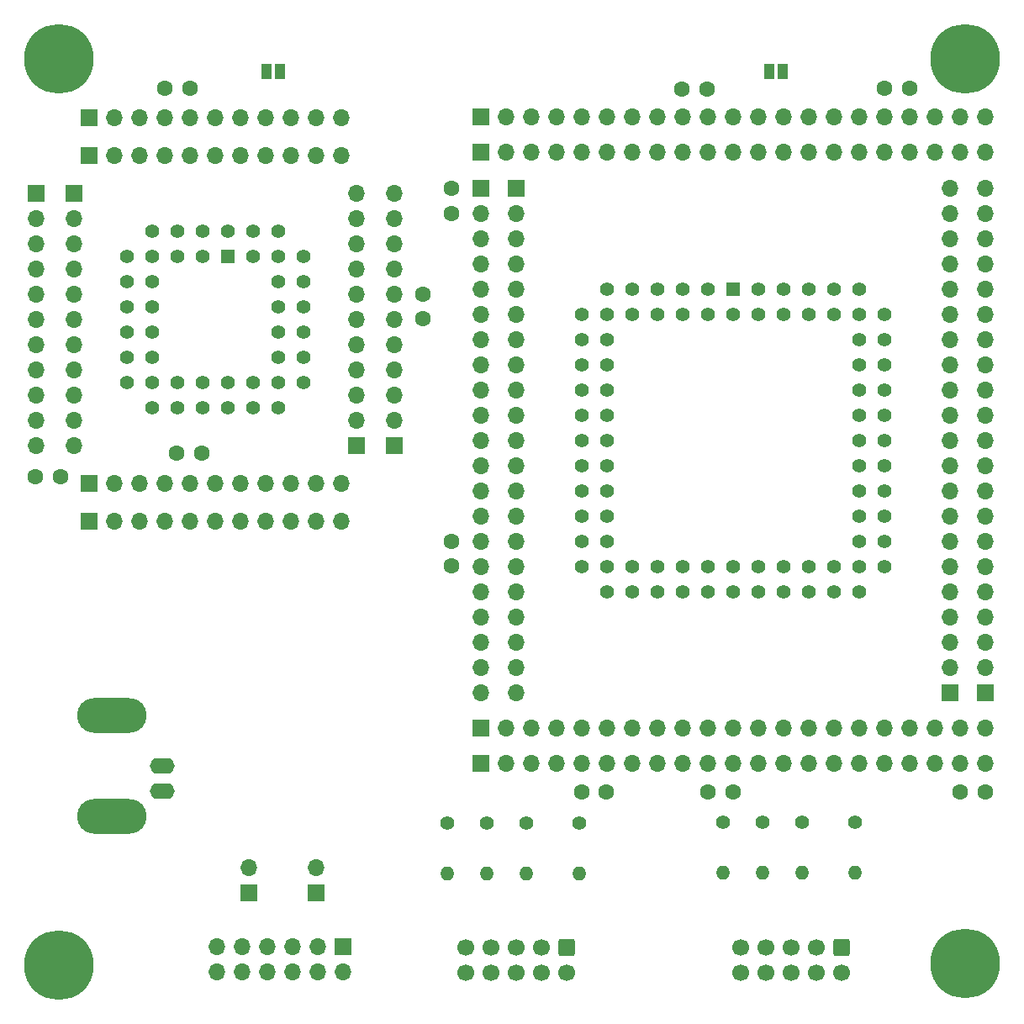
<source format=gbs>
G04 #@! TF.GenerationSoftware,KiCad,Pcbnew,8.0.3+1*
G04 #@! TF.CreationDate,2024-08-08T21:54:27+02:00*
G04 #@! TF.ProjectId,EpmDevBoard,45706d44-6576-4426-9f61-72642e6b6963,rev?*
G04 #@! TF.SameCoordinates,Original*
G04 #@! TF.FileFunction,Soldermask,Bot*
G04 #@! TF.FilePolarity,Negative*
%FSLAX46Y46*%
G04 Gerber Fmt 4.6, Leading zero omitted, Abs format (unit mm)*
G04 Created by KiCad (PCBNEW 8.0.3+1) date 2024-08-08 21:54:27*
%MOMM*%
%LPD*%
G01*
G04 APERTURE LIST*
G04 Aperture macros list*
%AMRoundRect*
0 Rectangle with rounded corners*
0 $1 Rounding radius*
0 $2 $3 $4 $5 $6 $7 $8 $9 X,Y pos of 4 corners*
0 Add a 4 corners polygon primitive as box body*
4,1,4,$2,$3,$4,$5,$6,$7,$8,$9,$2,$3,0*
0 Add four circle primitives for the rounded corners*
1,1,$1+$1,$2,$3*
1,1,$1+$1,$4,$5*
1,1,$1+$1,$6,$7*
1,1,$1+$1,$8,$9*
0 Add four rect primitives between the rounded corners*
20,1,$1+$1,$2,$3,$4,$5,0*
20,1,$1+$1,$4,$5,$6,$7,0*
20,1,$1+$1,$6,$7,$8,$9,0*
20,1,$1+$1,$8,$9,$2,$3,0*%
G04 Aperture macros list end*
%ADD10O,1.700000X1.700000*%
%ADD11R,1.700000X1.700000*%
%ADD12O,1.400000X1.400000*%
%ADD13C,1.400000*%
%ADD14C,7.000000*%
%ADD15C,1.422400*%
%ADD16R,1.422400X1.422400*%
%ADD17C,1.600000*%
%ADD18C,1.700000*%
%ADD19RoundRect,0.250000X-0.600000X0.600000X-0.600000X-0.600000X0.600000X-0.600000X0.600000X0.600000X0*%
%ADD20O,7.000000X3.500000*%
%ADD21O,2.500000X1.600000*%
%ADD22R,1.000000X1.500000*%
G04 APERTURE END LIST*
D10*
X73406000Y-162418500D03*
D11*
X73406000Y-164958500D03*
D10*
X70206000Y-172933500D03*
X70206000Y-170393500D03*
X72746000Y-172933500D03*
X72746000Y-170393500D03*
X75286000Y-172933500D03*
X75286000Y-170393500D03*
X77826000Y-172933500D03*
X77826000Y-170393500D03*
X80366000Y-172933500D03*
X80366000Y-170393500D03*
X82906000Y-172933500D03*
D11*
X82906000Y-170393500D03*
D12*
X129131000Y-162953500D03*
D13*
X129131000Y-157873500D03*
D10*
X100296000Y-144762800D03*
X100296000Y-142222800D03*
X100296000Y-139682800D03*
X100296000Y-137142800D03*
X100296000Y-134602800D03*
X100296000Y-132062800D03*
X100296000Y-129522800D03*
X100296000Y-126982800D03*
X100296000Y-124442800D03*
X100296000Y-121902800D03*
X100296000Y-119362800D03*
X100296000Y-116822800D03*
X100296000Y-114282800D03*
X100296000Y-111742800D03*
X100296000Y-109202800D03*
X100296000Y-106662800D03*
X100296000Y-104122800D03*
X100296000Y-101582800D03*
X100296000Y-99042800D03*
X100296000Y-96502800D03*
D11*
X100296000Y-93962800D03*
D10*
X55810000Y-119865000D03*
X55810000Y-117325000D03*
X55810000Y-114785000D03*
X55810000Y-112245000D03*
X55810000Y-109705000D03*
X55810000Y-107165000D03*
X55810000Y-104625000D03*
X55810000Y-102085000D03*
X55810000Y-99545000D03*
X55810000Y-97005000D03*
D11*
X55810000Y-94465000D03*
D14*
X54300000Y-81000000D03*
D15*
X71304000Y-98275000D03*
X73844000Y-100815000D03*
X73844000Y-98275000D03*
X76384000Y-100815000D03*
X76384000Y-98275000D03*
X78924000Y-100815000D03*
X76384000Y-103355000D03*
X78924000Y-103355000D03*
X76384000Y-105895000D03*
X78924000Y-105895000D03*
X76384000Y-108435000D03*
X78924000Y-108435000D03*
X76384000Y-110975000D03*
X78924000Y-110975000D03*
X76384000Y-113515000D03*
X78924000Y-113515000D03*
X76384000Y-116055000D03*
X73844000Y-113515000D03*
X73844000Y-116055000D03*
X71304000Y-113515000D03*
X71304000Y-116055000D03*
X68764000Y-113515000D03*
X68764000Y-116055000D03*
X66224000Y-113515000D03*
X66224000Y-116055000D03*
X63684000Y-113515000D03*
X63684000Y-116055000D03*
X61144000Y-113515000D03*
X63684000Y-110975000D03*
X61144000Y-110975000D03*
X63684000Y-108435000D03*
X61144000Y-108435000D03*
X63684000Y-105895000D03*
X61144000Y-105895000D03*
X63684000Y-103355000D03*
X61144000Y-103355000D03*
X63684000Y-100815000D03*
X61144000Y-100815000D03*
X63684000Y-98275000D03*
X66224000Y-100815000D03*
X66224000Y-98275000D03*
X68764000Y-100815000D03*
X68764000Y-98275000D03*
D16*
X71304000Y-100815000D03*
D10*
X82734000Y-90655000D03*
X80194000Y-90655000D03*
X77654000Y-90655000D03*
X75114000Y-90655000D03*
X72574000Y-90655000D03*
X70034000Y-90655000D03*
X67494000Y-90655000D03*
X64954000Y-90655000D03*
X62414000Y-90655000D03*
X59874000Y-90655000D03*
D11*
X57334000Y-90655000D03*
D10*
X147540000Y-93962800D03*
X147540000Y-96502800D03*
X147540000Y-99042800D03*
X147540000Y-101582800D03*
X147540000Y-104122800D03*
X147540000Y-106662800D03*
X147540000Y-109202800D03*
X147540000Y-111742800D03*
X147540000Y-114282800D03*
X147540000Y-116822800D03*
X147540000Y-119362800D03*
X147540000Y-121902800D03*
X147540000Y-124442800D03*
X147540000Y-126982800D03*
X147540000Y-129522800D03*
X147540000Y-132062800D03*
X147540000Y-134602800D03*
X147540000Y-137142800D03*
X147540000Y-139682800D03*
X147540000Y-142222800D03*
D11*
X147540000Y-144762800D03*
D17*
X54400000Y-123025000D03*
X51900000Y-123025000D03*
D14*
X145500000Y-172100000D03*
D17*
X137425000Y-83925000D03*
X139925000Y-83925000D03*
X90932000Y-107125000D03*
X90932000Y-104625000D03*
D10*
X82734000Y-86845000D03*
X80194000Y-86845000D03*
X77654000Y-86845000D03*
X75114000Y-86845000D03*
X72574000Y-86845000D03*
X70034000Y-86845000D03*
X67494000Y-86845000D03*
X64954000Y-86845000D03*
X62414000Y-86845000D03*
X59874000Y-86845000D03*
D11*
X57334000Y-86845000D03*
D12*
X125131000Y-162953500D03*
D13*
X125131000Y-157873500D03*
D10*
X147540000Y-148318800D03*
X145000000Y-148318800D03*
X142460000Y-148318800D03*
X139920000Y-148318800D03*
X137380000Y-148318800D03*
X134840000Y-148318800D03*
X132300000Y-148318800D03*
X129760000Y-148318800D03*
X127220000Y-148318800D03*
X124680000Y-148318800D03*
X122140000Y-148318800D03*
X119600000Y-148318800D03*
X117060000Y-148318800D03*
X114520000Y-148318800D03*
X111980000Y-148318800D03*
X109440000Y-148318800D03*
X106900000Y-148318800D03*
X104360000Y-148318800D03*
X101820000Y-148318800D03*
X99280000Y-148318800D03*
D11*
X96740000Y-148318800D03*
D17*
X119650000Y-154750000D03*
X122150000Y-154750000D03*
D12*
X97381000Y-163013500D03*
D13*
X97381000Y-157933500D03*
D17*
X93800000Y-132025000D03*
X93800000Y-129525000D03*
D12*
X134431000Y-162953500D03*
D13*
X134431000Y-157873500D03*
D10*
X84258000Y-94465000D03*
X84258000Y-97005000D03*
X84258000Y-99545000D03*
X84258000Y-102085000D03*
X84258000Y-104625000D03*
X84258000Y-107165000D03*
X84258000Y-109705000D03*
X84258000Y-112245000D03*
X84258000Y-114785000D03*
X84258000Y-117325000D03*
D11*
X84258000Y-119865000D03*
D10*
X96740000Y-144762800D03*
X96740000Y-142222800D03*
X96740000Y-139682800D03*
X96740000Y-137142800D03*
X96740000Y-134602800D03*
X96740000Y-132062800D03*
X96740000Y-129522800D03*
X96740000Y-126982800D03*
X96740000Y-124442800D03*
X96740000Y-121902800D03*
X96740000Y-119362800D03*
X96740000Y-116822800D03*
X96740000Y-114282800D03*
X96740000Y-111742800D03*
X96740000Y-109202800D03*
X96740000Y-106662800D03*
X96740000Y-104122800D03*
X96740000Y-101582800D03*
X96740000Y-99042800D03*
X96740000Y-96502800D03*
D11*
X96740000Y-93962800D03*
D10*
X147540000Y-86800000D03*
X145000000Y-86800000D03*
X142460000Y-86800000D03*
X139920000Y-86800000D03*
X137380000Y-86800000D03*
X134840000Y-86800000D03*
X132300000Y-86800000D03*
X129760000Y-86800000D03*
X127220000Y-86800000D03*
X124680000Y-86800000D03*
X122140000Y-86800000D03*
X119600000Y-86800000D03*
X117060000Y-86800000D03*
X114520000Y-86800000D03*
X111980000Y-86800000D03*
X109440000Y-86800000D03*
X106900000Y-86800000D03*
X104360000Y-86800000D03*
X101820000Y-86800000D03*
X99280000Y-86800000D03*
D11*
X96740000Y-86800000D03*
D12*
X121131000Y-162953500D03*
D13*
X121131000Y-157873500D03*
D17*
X119550000Y-83975000D03*
X117050000Y-83975000D03*
X67450000Y-83925000D03*
X64950000Y-83925000D03*
X93775000Y-94000000D03*
X93775000Y-96500000D03*
X106925000Y-154775000D03*
X109425000Y-154775000D03*
D10*
X52000000Y-119865000D03*
X52000000Y-117325000D03*
X52000000Y-114785000D03*
X52000000Y-112245000D03*
X52000000Y-109705000D03*
X52000000Y-107165000D03*
X52000000Y-104625000D03*
X52000000Y-102085000D03*
X52000000Y-99545000D03*
X52000000Y-97005000D03*
D11*
X52000000Y-94465000D03*
D14*
X145500000Y-81000000D03*
D12*
X93381000Y-163013500D03*
D13*
X93381000Y-157933500D03*
D12*
X101381000Y-163003500D03*
D13*
X101381000Y-157923500D03*
D10*
X82734000Y-123675000D03*
X80194000Y-123675000D03*
X77654000Y-123675000D03*
X75114000Y-123675000D03*
X72574000Y-123675000D03*
X70034000Y-123675000D03*
X67494000Y-123675000D03*
X64954000Y-123675000D03*
X62414000Y-123675000D03*
X59874000Y-123675000D03*
D11*
X57334000Y-123675000D03*
D15*
X124680000Y-106662800D03*
X124680000Y-104122800D03*
X127220000Y-106662800D03*
X127220000Y-104122800D03*
X129760000Y-106662800D03*
X129760000Y-104122800D03*
X132300000Y-106662800D03*
X132300000Y-104122800D03*
X134840000Y-106662800D03*
X134840000Y-104122800D03*
X137380000Y-106662800D03*
X134840000Y-109202800D03*
X137380000Y-109202800D03*
X134840000Y-111742800D03*
X137380000Y-111742800D03*
X134840000Y-114282800D03*
X137380000Y-114282800D03*
X134840000Y-116822800D03*
X137380000Y-116822800D03*
X134840000Y-119362800D03*
X137380000Y-119362800D03*
X134840000Y-121902800D03*
X137380000Y-121902800D03*
X134840000Y-124442800D03*
X137380000Y-124442800D03*
X134840000Y-126982800D03*
X137380000Y-126982800D03*
X134840000Y-129522800D03*
X137380000Y-129522800D03*
X134840000Y-132062800D03*
X137380000Y-132062800D03*
X134840000Y-134602800D03*
X132300000Y-132062800D03*
X132300000Y-134602800D03*
X129760000Y-132062800D03*
X129760000Y-134602800D03*
X127220000Y-132062800D03*
X127220000Y-134602800D03*
X124680000Y-132062800D03*
X124680000Y-134602800D03*
X122140000Y-132062800D03*
X122140000Y-134602800D03*
X119600000Y-132062800D03*
X119600000Y-134602800D03*
X117060000Y-132062800D03*
X117060000Y-134602800D03*
X114520000Y-132062800D03*
X114520000Y-134602800D03*
X111980000Y-132062800D03*
X111980000Y-134602800D03*
X109440000Y-132062800D03*
X109440000Y-134602800D03*
X106900000Y-132062800D03*
X109440000Y-129522800D03*
X106900000Y-129522800D03*
X109440000Y-126982800D03*
X106900000Y-126982800D03*
X109440000Y-124442800D03*
X106900000Y-124442800D03*
X109440000Y-121902800D03*
X106900000Y-121902800D03*
X109440000Y-119362800D03*
X106900000Y-119362800D03*
X109440000Y-116822800D03*
X106900000Y-116822800D03*
X109440000Y-114282800D03*
X106900000Y-114282800D03*
X109440000Y-111742800D03*
X106900000Y-111742800D03*
X109440000Y-109202800D03*
X106900000Y-109202800D03*
X109440000Y-106662800D03*
X106900000Y-106662800D03*
X109440000Y-104122800D03*
X111980000Y-106662800D03*
X111980000Y-104122800D03*
X114520000Y-106662800D03*
X114520000Y-104122800D03*
X117060000Y-106662800D03*
X117060000Y-104122800D03*
X119600000Y-106662800D03*
X119600000Y-104122800D03*
X122140000Y-106662800D03*
D16*
X122140000Y-104122800D03*
D12*
X106681000Y-163013500D03*
D13*
X106681000Y-157933500D03*
D10*
X80156000Y-162418500D03*
D11*
X80156000Y-164958500D03*
D17*
X66150000Y-120625000D03*
X68650000Y-120625000D03*
D18*
X95256000Y-172983500D03*
X95256000Y-170443500D03*
X97796000Y-172983500D03*
X97796000Y-170443500D03*
X100336000Y-172983500D03*
X100336000Y-170443500D03*
X102876000Y-172983500D03*
X102876000Y-170443500D03*
X105416000Y-172983500D03*
D19*
X105416000Y-170443500D03*
D10*
X88068000Y-94465000D03*
X88068000Y-97005000D03*
X88068000Y-99545000D03*
X88068000Y-102085000D03*
X88068000Y-104625000D03*
X88068000Y-107165000D03*
X88068000Y-109705000D03*
X88068000Y-112245000D03*
X88068000Y-114785000D03*
X88068000Y-117325000D03*
D11*
X88068000Y-119865000D03*
D10*
X143984000Y-93962800D03*
X143984000Y-96502800D03*
X143984000Y-99042800D03*
X143984000Y-101582800D03*
X143984000Y-104122800D03*
X143984000Y-106662800D03*
X143984000Y-109202800D03*
X143984000Y-111742800D03*
X143984000Y-114282800D03*
X143984000Y-116822800D03*
X143984000Y-119362800D03*
X143984000Y-121902800D03*
X143984000Y-124442800D03*
X143984000Y-126982800D03*
X143984000Y-129522800D03*
X143984000Y-132062800D03*
X143984000Y-134602800D03*
X143984000Y-137142800D03*
X143984000Y-139682800D03*
X143984000Y-142222800D03*
D11*
X143984000Y-144762800D03*
D10*
X147540000Y-90356000D03*
X145000000Y-90356000D03*
X142460000Y-90356000D03*
X139920000Y-90356000D03*
X137380000Y-90356000D03*
X134840000Y-90356000D03*
X132300000Y-90356000D03*
X129760000Y-90356000D03*
X127220000Y-90356000D03*
X124680000Y-90356000D03*
X122140000Y-90356000D03*
X119600000Y-90356000D03*
X117060000Y-90356000D03*
X114520000Y-90356000D03*
X111980000Y-90356000D03*
X109440000Y-90356000D03*
X106900000Y-90356000D03*
X104360000Y-90356000D03*
X101820000Y-90356000D03*
X99280000Y-90356000D03*
D11*
X96740000Y-90356000D03*
D18*
X122936000Y-172983500D03*
X122936000Y-170443500D03*
X125476000Y-172983500D03*
X125476000Y-170443500D03*
X128016000Y-172983500D03*
X128016000Y-170443500D03*
X130556000Y-172983500D03*
X130556000Y-170443500D03*
X133096000Y-172983500D03*
D19*
X133096000Y-170443500D03*
D14*
X54300000Y-172200000D03*
D20*
X59645000Y-147066000D03*
D21*
X64725000Y-154686000D03*
D20*
X59645000Y-157226000D03*
D21*
X64725000Y-152146000D03*
D17*
X145050000Y-154800000D03*
X147550000Y-154800000D03*
D10*
X147540000Y-151874800D03*
X145000000Y-151874800D03*
X142460000Y-151874800D03*
X139920000Y-151874800D03*
X137380000Y-151874800D03*
X134840000Y-151874800D03*
X132300000Y-151874800D03*
X129760000Y-151874800D03*
X127220000Y-151874800D03*
X124680000Y-151874800D03*
X122140000Y-151874800D03*
X119600000Y-151874800D03*
X117060000Y-151874800D03*
X114520000Y-151874800D03*
X111980000Y-151874800D03*
X109440000Y-151874800D03*
X106900000Y-151874800D03*
X104360000Y-151874800D03*
X101820000Y-151874800D03*
X99280000Y-151874800D03*
D11*
X96740000Y-151874800D03*
D10*
X82734000Y-127485000D03*
X80194000Y-127485000D03*
X77654000Y-127485000D03*
X75114000Y-127485000D03*
X72574000Y-127485000D03*
X70034000Y-127485000D03*
X67494000Y-127485000D03*
X64954000Y-127485000D03*
X62414000Y-127485000D03*
X59874000Y-127485000D03*
D11*
X57334000Y-127485000D03*
D22*
X76500000Y-82250000D03*
X75200000Y-82250000D03*
X125850000Y-82250000D03*
X127150000Y-82250000D03*
M02*

</source>
